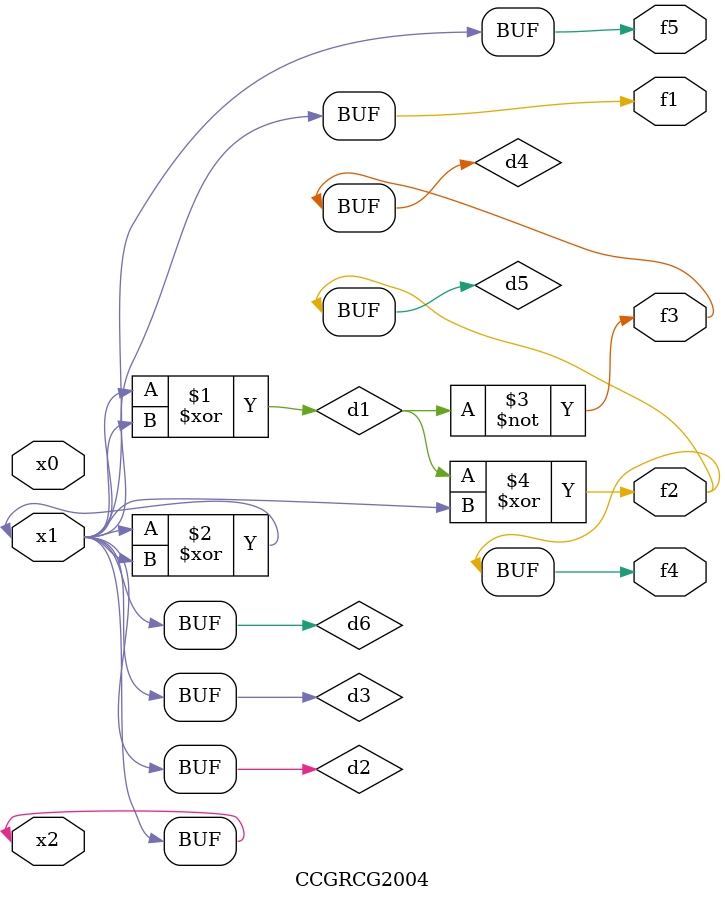
<source format=v>
module CCGRCG2004(
	input x0, x1, x2,
	output f1, f2, f3, f4, f5
);

	wire d1, d2, d3, d4, d5, d6;

	xor (d1, x1, x2);
	buf (d2, x1, x2);
	xor (d3, x1, x2);
	nor (d4, d1);
	xor (d5, d1, d2);
	buf (d6, d2, d3);
	assign f1 = d6;
	assign f2 = d5;
	assign f3 = d4;
	assign f4 = d5;
	assign f5 = d6;
endmodule

</source>
